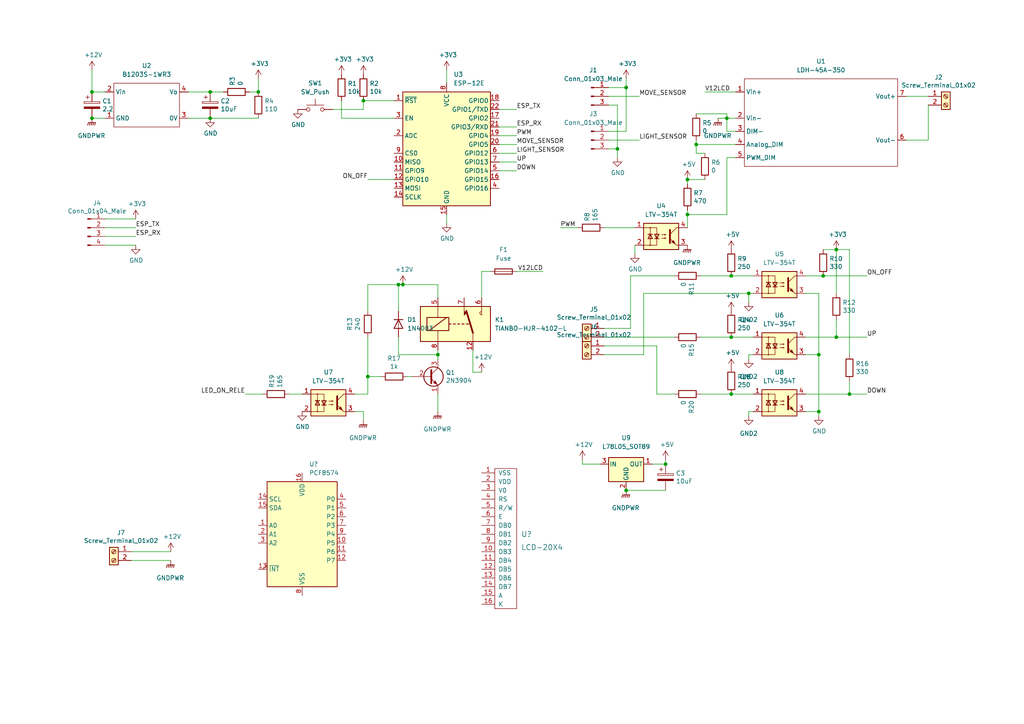
<source format=kicad_sch>
(kicad_sch (version 20211123) (generator eeschema)
  (paper "A4")
  (lib_symbols
    (symbol "Connector:Conn_01x03_Male" (pin_names (offset 1.016) hide)
      (property "Reference" "J" (at 0 5.08 0))
      (property "Value" "Conn_01x03_Male" (at 0 -5.08 0))
      (symbol "Conn_01x03_Male_1_1"
        (polyline (pts (xy 1.27 -2.54) (xy 0.8636 -2.54)) (stroke (width 0.1524)))
        (polyline (pts (xy 1.27 0) (xy 0.8636 0)) (stroke (width 0.1524)))
        (polyline (pts (xy 1.27 2.54) (xy 0.8636 2.54)) (stroke (width 0.1524)))
        (rectangle (start 0.8636 -2.413) (end 0 -2.667) (stroke (width 0.1524)) (fill (type outline)))
        (rectangle (start 0.8636 0.127) (end 0 -0.127) (stroke (width 0.1524)) (fill (type outline)))
        (rectangle (start 0.8636 2.667) (end 0 2.413) (stroke (width 0.1524)) (fill (type outline)))
        (pin passive line (at 5.08 2.54 180) (length 3.81) (name "Pin_1") (number "1"))
        (pin passive line (at 5.08 0 180) (length 3.81) (name "Pin_2") (number "2"))
        (pin passive line (at 5.08 -2.54 180) (length 3.81) (name "Pin_3") (number "3"))
      )
    )
    (symbol "Connector:Conn_01x04_Male" (pin_names (offset 1.016) hide)
      (property "Reference" "J" (at 0 5.08 0))
      (property "Value" "Conn_01x04_Male" (at 0 -7.62 0))
      (symbol "Conn_01x04_Male_1_1"
        (polyline (pts (xy 1.27 -5.08) (xy 0.8636 -5.08)) (stroke (width 0.1524)))
        (polyline (pts (xy 1.27 -2.54) (xy 0.8636 -2.54)) (stroke (width 0.1524)))
        (polyline (pts (xy 1.27 0) (xy 0.8636 0)) (stroke (width 0.1524)))
        (polyline (pts (xy 1.27 2.54) (xy 0.8636 2.54)) (stroke (width 0.1524)))
        (rectangle (start 0.8636 -4.953) (end 0 -5.207) (stroke (width 0.1524)) (fill (type outline)))
        (rectangle (start 0.8636 -2.413) (end 0 -2.667) (stroke (width 0.1524)) (fill (type outline)))
        (rectangle (start 0.8636 0.127) (end 0 -0.127) (stroke (width 0.1524)) (fill (type outline)))
        (rectangle (start 0.8636 2.667) (end 0 2.413) (stroke (width 0.1524)) (fill (type outline)))
        (pin passive line (at 5.08 2.54 180) (length 3.81) (name "Pin_1") (number "1"))
        (pin passive line (at 5.08 0 180) (length 3.81) (name "Pin_2") (number "2"))
        (pin passive line (at 5.08 -2.54 180) (length 3.81) (name "Pin_3") (number "3"))
        (pin passive line (at 5.08 -5.08 180) (length 3.81) (name "Pin_4") (number "4"))
      )
    )
    (symbol "Connector:Screw_Terminal_01x02" (pin_names (offset 1.016) hide)
      (property "Reference" "J" (at 0 2.54 0))
      (property "Value" "Screw_Terminal_01x02" (at 0 -5.08 0))
      (symbol "Screw_Terminal_01x02_1_1"
        (rectangle (start -1.27 1.27) (end 1.27 -3.81) (stroke (width 0.254)) (fill (type background)))
        (circle (center 0 -2.54) (radius 0.635) (stroke (width 0.1524)))
        (polyline (pts (xy -0.5334 -2.2098) (xy 0.3302 -3.048)) (stroke (width 0.1524)))
        (polyline (pts (xy -0.5334 0.3302) (xy 0.3302 -0.508)) (stroke (width 0.1524)))
        (polyline (pts (xy -0.3556 -2.032) (xy 0.508 -2.8702)) (stroke (width 0.1524)))
        (polyline (pts (xy -0.3556 0.508) (xy 0.508 -0.3302)) (stroke (width 0.1524)))
        (circle (center 0 0) (radius 0.635) (stroke (width 0.1524)))
        (pin passive line (at -5.08 0 0) (length 3.81) (name "Pin_1") (number "1"))
        (pin passive line (at -5.08 -2.54 0) (length 3.81) (name "Pin_2") (number "2"))
      )
    )
    (symbol "Device:CP" (pin_numbers hide) (pin_names (offset 0.254))
      (property "Reference" "C" (at 0.635 2.54 0))
      (property "Value" "Device_CP" (at 0.635 -2.54 0))
      (symbol "CP_0_1"
        (rectangle (start -2.286 0.508) (end 2.286 1.016))
        (polyline (pts (xy -1.778 2.286) (xy -0.762 2.286)))
        (polyline (pts (xy -1.27 2.794) (xy -1.27 1.778)))
        (rectangle (start 2.286 -0.508) (end -2.286 -1.016) (fill (type outline)))
      )
      (symbol "CP_1_1"
        (pin passive line (at 0 3.81 270) (length 2.794) (name "~") (number "1"))
        (pin passive line (at 0 -3.81 90) (length 2.794) (name "~") (number "2"))
      )
    )
    (symbol "Device:Fuse" (pin_numbers hide) (pin_names (offset 0))
      (property "Reference" "F" (at 2.032 0 90))
      (property "Value" "Fuse" (at -1.905 0 90))
      (symbol "Fuse_0_1"
        (rectangle (start -0.762 -2.54) (end 0.762 2.54) (stroke (width 0.254)))
        (polyline (pts (xy 0 2.54) (xy 0 -2.54)))
      )
      (symbol "Fuse_1_1"
        (pin passive line (at 0 3.81 270) (length 1.27) (name "~") (number "1"))
        (pin passive line (at 0 -3.81 90) (length 1.27) (name "~") (number "2"))
      )
    )
    (symbol "Device:R" (pin_numbers hide) (pin_names (offset 0))
      (property "Reference" "R" (at 2.032 0 90))
      (property "Value" "R" (at 0 0 90))
      (symbol "R_0_1"
        (rectangle (start -1.016 -2.54) (end 1.016 2.54) (stroke (width 0.254)))
      )
      (symbol "R_1_1"
        (pin passive line (at 0 3.81 270) (length 1.27) (name "~") (number "1"))
        (pin passive line (at 0 -3.81 90) (length 1.27) (name "~") (number "2"))
      )
    )
    (symbol "Diode:1N4003" (pin_numbers hide) (pin_names (offset 1.016) hide)
      (property "Reference" "D" (at 0 2.54 0))
      (property "Value" "1N4003" (at 0 -2.54 0))
      (symbol "1N4003_0_1"
        (polyline (pts (xy -1.27 1.27) (xy -1.27 -1.27)) (stroke (width 0.254)))
        (polyline (pts (xy 1.27 0) (xy -1.27 0)))
        (polyline (pts (xy 1.27 1.27) (xy 1.27 -1.27) (xy -1.27 0) (xy 1.27 1.27)) (stroke (width 0.254)))
      )
      (symbol "1N4003_1_1"
        (pin passive line (at -3.81 0 0) (length 2.54) (name "K") (number "1"))
        (pin passive line (at 3.81 0 180) (length 2.54) (name "A") (number "2"))
      )
    )
    (symbol "Interface_Expansion:PCF8574"
      (property "Reference" "U" (at -8.89 16.51 0))
      (property "Value" "PCF8574" (at 2.54 16.51 0))
      (symbol "PCF8574_0_1"
        (rectangle (start -10.16 15.24) (end 10.16 -15.24) (stroke (width 0.254)) (fill (type background)))
      )
      (symbol "PCF8574_1_1"
        (pin input line (at -12.7 2.54 0) (length 2.54) (name "A0") (number "1"))
        (pin bidirectional line (at 12.7 -2.54 180) (length 2.54) (name "P5") (number "10"))
        (pin bidirectional line (at 12.7 -5.08 180) (length 2.54) (name "P6") (number "11"))
        (pin bidirectional line (at 12.7 -7.62 180) (length 2.54) (name "P7") (number "12"))
        (pin open_collector output_low (at -12.7 -10.16 0) (length 2.54) (name "~{INT}") (number "13"))
        (pin input line (at -12.7 10.16 0) (length 2.54) (name "SCL") (number "14"))
        (pin bidirectional line (at -12.7 7.62 0) (length 2.54) (name "SDA") (number "15"))
        (pin power_in line (at 0 17.78 270) (length 2.54) (name "VDD") (number "16"))
        (pin input line (at -12.7 0 0) (length 2.54) (name "A1") (number "2"))
        (pin input line (at -12.7 -2.54 0) (length 2.54) (name "A2") (number "3"))
        (pin bidirectional line (at 12.7 10.16 180) (length 2.54) (name "P0") (number "4"))
        (pin bidirectional line (at 12.7 7.62 180) (length 2.54) (name "P1") (number "5"))
        (pin bidirectional line (at 12.7 5.08 180) (length 2.54) (name "P2") (number "6"))
        (pin bidirectional line (at 12.7 2.54 180) (length 2.54) (name "P3") (number "7"))
        (pin power_in line (at 0 -17.78 90) (length 2.54) (name "VSS") (number "8"))
        (pin bidirectional line (at 12.7 0 180) (length 2.54) (name "P4") (number "9"))
      )
    )
    (symbol "Isolator:LTV-354T" (pin_names (offset 1.016))
      (property "Reference" "U" (at -5.334 4.826 0))
      (property "Value" "LTV-354T" (at 0 5.08 0))
      (symbol "LTV-354T_0_1"
        (rectangle (start -5.08 3.81) (end 5.08 -3.81) (stroke (width 0.254)) (fill (type background)))
        (circle (center -3.175 -2.54) (radius 0.127))
        (circle (center -3.175 2.54) (radius 0.127))
        (polyline (pts (xy -3.81 0.635) (xy -2.54 0.635)) (stroke (width 0.254)))
        (polyline (pts (xy -3.175 -0.635) (xy -3.175 -2.54)))
        (polyline (pts (xy -3.175 -0.635) (xy -3.175 2.54)))
        (polyline (pts (xy -1.905 -0.635) (xy -0.635 -0.635)) (stroke (width 0.254)))
        (polyline (pts (xy 2.54 0.635) (xy 4.445 2.54)))
        (polyline (pts (xy 4.445 -2.54) (xy 2.54 -0.635)) (fill (type outline)))
        (polyline (pts (xy 4.445 -2.54) (xy 5.08 -2.54)))
        (polyline (pts (xy 4.445 2.54) (xy 5.08 2.54)))
        (polyline (pts (xy -5.08 2.54) (xy -1.27 2.54) (xy -1.27 -0.635)))
        (polyline (pts (xy -1.27 -0.635) (xy -1.27 -2.54) (xy -5.08 -2.54)))
        (polyline (pts (xy 2.54 1.905) (xy 2.54 -1.905) (xy 2.54 -1.905)) (stroke (width 0.508)))
        (polyline (pts (xy -3.175 0.635) (xy -3.81 -0.635) (xy -2.54 -0.635) (xy -3.175 0.635)) (stroke (width 0.254)))
        (polyline (pts (xy -1.27 -0.635) (xy -1.905 0.635) (xy -0.635 0.635) (xy -1.27 -0.635)) (stroke (width 0.254)))
        (polyline (pts (xy 0.127 -0.508) (xy 1.397 -0.508) (xy 1.016 -0.635) (xy 1.016 -0.381) (xy 1.397 -0.508)))
        (polyline (pts (xy 0.127 0.508) (xy 1.397 0.508) (xy 1.016 0.381) (xy 1.016 0.635) (xy 1.397 0.508)))
        (polyline (pts (xy 3.048 -1.651) (xy 3.556 -1.143) (xy 4.064 -2.159) (xy 3.048 -1.651) (xy 3.048 -1.651)) (fill (type outline)))
      )
      (symbol "LTV-354T_1_1"
        (pin passive line (at -7.62 2.54 0) (length 2.54) (name "~") (number "1"))
        (pin passive line (at -7.62 -2.54 0) (length 2.54) (name "~") (number "2"))
        (pin passive line (at 7.62 -2.54 180) (length 2.54) (name "~") (number "3"))
        (pin passive line (at 7.62 2.54 180) (length 2.54) (name "~") (number "4"))
      )
    )
    (symbol "RF_Module:ESP-12E"
      (property "Reference" "U" (at -12.7 19.05 0))
      (property "Value" "ESP-12E" (at 12.7 19.05 0))
      (symbol "ESP-12E_0_1"
        (rectangle (start -12.7 17.78) (end 12.7 -15.24) (stroke (width 0.254)) (fill (type background)))
      )
      (symbol "ESP-12E_1_1"
        (pin input line (at -15.24 15.24 0) (length 2.54) (name "~{RST}") (number "1"))
        (pin bidirectional line (at -15.24 -2.54 0) (length 2.54) (name "MISO") (number "10"))
        (pin bidirectional line (at -15.24 -5.08 0) (length 2.54) (name "GPIO9") (number "11"))
        (pin bidirectional line (at -15.24 -7.62 0) (length 2.54) (name "GPIO10") (number "12"))
        (pin bidirectional line (at -15.24 -10.16 0) (length 2.54) (name "MOSI") (number "13"))
        (pin bidirectional line (at -15.24 -12.7 0) (length 2.54) (name "SCLK") (number "14"))
        (pin power_in line (at 0 -17.78 90) (length 2.54) (name "GND") (number "15"))
        (pin bidirectional line (at 15.24 -7.62 180) (length 2.54) (name "GPIO15") (number "16"))
        (pin bidirectional line (at 15.24 10.16 180) (length 2.54) (name "GPIO2") (number "17"))
        (pin bidirectional line (at 15.24 15.24 180) (length 2.54) (name "GPIO0") (number "18"))
        (pin bidirectional line (at 15.24 5.08 180) (length 2.54) (name "GPIO4") (number "19"))
        (pin input line (at -15.24 5.08 0) (length 2.54) (name "ADC") (number "2"))
        (pin bidirectional line (at 15.24 2.54 180) (length 2.54) (name "GPIO5") (number "20"))
        (pin bidirectional line (at 15.24 7.62 180) (length 2.54) (name "GPIO3/RXD") (number "21"))
        (pin bidirectional line (at 15.24 12.7 180) (length 2.54) (name "GPIO1/TXD") (number "22"))
        (pin input line (at -15.24 10.16 0) (length 2.54) (name "EN") (number "3"))
        (pin bidirectional line (at 15.24 -10.16 180) (length 2.54) (name "GPIO16") (number "4"))
        (pin bidirectional line (at 15.24 -5.08 180) (length 2.54) (name "GPIO14") (number "5"))
        (pin bidirectional line (at 15.24 0 180) (length 2.54) (name "GPIO12") (number "6"))
        (pin bidirectional line (at 15.24 -2.54 180) (length 2.54) (name "GPIO13") (number "7"))
        (pin power_in line (at 0 20.32 270) (length 2.54) (name "VCC") (number "8"))
        (pin input line (at -15.24 0 0) (length 2.54) (name "CS0") (number "9"))
      )
    )
    (symbol "Regulator_Linear:L78L05_SOT89" (pin_names (offset 0.254))
      (property "Reference" "U" (at -3.81 3.175 0))
      (property "Value" "L78L05_SOT89" (at -0.635 3.175 0))
      (symbol "L78L05_SOT89_0_1"
        (rectangle (start -5.08 1.905) (end 5.08 -5.08) (stroke (width 0.254)) (fill (type background)))
      )
      (symbol "L78L05_SOT89_1_1"
        (pin power_out line (at 7.62 0 180) (length 2.54) (name "OUT") (number "1"))
        (pin power_in line (at 0 -7.62 90) (length 2.54) (name "GND") (number "2"))
        (pin power_in line (at -7.62 0 0) (length 2.54) (name "IN") (number "3"))
      )
    )
    (symbol "Relay:TIANBO-HJR-4102-L"
      (property "Reference" "K" (at 11.43 3.81 0))
      (property "Value" "TIANBO-HJR-4102-L" (at 11.43 1.27 0))
      (symbol "TIANBO-HJR-4102-L_0_0"
        (polyline (pts (xy 7.62 5.08) (xy 7.62 2.54) (xy 6.985 3.175) (xy 7.62 3.81)))
      )
      (symbol "TIANBO-HJR-4102-L_0_1"
        (rectangle (start -10.16 5.08) (end 10.16 -5.08) (stroke (width 0.254)) (fill (type background)))
        (rectangle (start -8.255 1.905) (end -1.905 -1.905) (stroke (width 0.254)))
        (polyline (pts (xy -7.62 -1.905) (xy -2.54 1.905)) (stroke (width 0.254)))
        (polyline (pts (xy -5.08 -5.08) (xy -5.08 -1.905)))
        (polyline (pts (xy -5.08 5.08) (xy -5.08 1.905)))
        (polyline (pts (xy -1.905 0) (xy -1.27 0)) (stroke (width 0.254)))
        (polyline (pts (xy -0.635 0) (xy 0 0)) (stroke (width 0.254)))
        (polyline (pts (xy 0.635 0) (xy 1.27 0)) (stroke (width 0.254)))
        (polyline (pts (xy 1.905 0) (xy 2.54 0)) (stroke (width 0.254)))
        (polyline (pts (xy 3.175 0) (xy 3.81 0)) (stroke (width 0.254)))
        (polyline (pts (xy 5.08 -2.54) (xy 3.175 3.81)) (stroke (width 0.508)))
        (polyline (pts (xy 5.08 -2.54) (xy 5.08 -5.08)))
        (polyline (pts (xy 2.54 5.08) (xy 2.54 2.54) (xy 3.175 3.175) (xy 2.54 3.81)) (fill (type outline)))
      )
      (symbol "TIANBO-HJR-4102-L_1_1"
        (pin passive line (at 5.08 -7.62 90) (length 2.54) (name "~") (number "12"))
        (pin passive line (at -5.08 7.62 270) (length 2.54) (name "~") (number "5"))
        (pin passive line (at 7.62 7.62 270) (length 2.54) (name "~") (number "6"))
        (pin passive line (at 2.54 7.62 270) (length 2.54) (name "~") (number "7"))
        (pin passive line (at -5.08 -7.62 90) (length 2.54) (name "~") (number "8"))
      )
    )
    (symbol "Switch:SW_Push" (pin_numbers hide) (pin_names (offset 1.016) hide)
      (property "Reference" "SW" (at 1.27 2.54 0))
      (property "Value" "SW_Push" (at 0 -1.524 0))
      (symbol "SW_Push_0_1"
        (circle (center -2.032 0) (radius 0.508))
        (polyline (pts (xy 0 1.27) (xy 0 3.048)))
        (polyline (pts (xy 2.54 1.27) (xy -2.54 1.27)))
        (circle (center 2.032 0) (radius 0.508))
        (pin passive line (at -5.08 0 0) (length 2.54) (name "1") (number "1"))
        (pin passive line (at 5.08 0 180) (length 2.54) (name "2") (number "2"))
      )
    )
    (symbol "Transistor_BJT:2N3904" (pin_names (offset 0) hide)
      (property "Reference" "Q" (at 5.08 1.905 0))
      (property "Value" "2N3904" (at 5.08 0 0))
      (symbol "2N3904_0_1"
        (polyline (pts (xy 0.635 0.635) (xy 2.54 2.54)))
        (polyline (pts (xy 0.635 -0.635) (xy 2.54 -2.54) (xy 2.54 -2.54)))
        (polyline (pts (xy 0.635 1.905) (xy 0.635 -1.905) (xy 0.635 -1.905)) (stroke (width 0.508)))
        (polyline (pts (xy 1.27 -1.778) (xy 1.778 -1.27) (xy 2.286 -2.286) (xy 1.27 -1.778) (xy 1.27 -1.778)) (fill (type outline)))
        (circle (center 1.27 0) (radius 2.8194) (stroke (width 0.254)))
      )
      (symbol "2N3904_1_1"
        (pin passive line (at 2.54 -5.08 90) (length 2.54) (name "E") (number "1"))
        (pin passive line (at -5.08 0 0) (length 5.715) (name "B") (number "2"))
        (pin passive line (at 2.54 5.08 270) (length 2.54) (name "C") (number "3"))
      )
    )
    (symbol "dimmer_lib:B1205S-1WR3"
      (property "Reference" "U" (at -1.27 1.27 0))
      (property "Value" "B1205S-1WR3" (at 0 -1.27 0))
      (symbol "B1205S-1WR3_0_1"
        (rectangle (start 8.89 -15.24) (end -10.16 -2.54))
      )
      (symbol "B1205S-1WR3_1_1"
        (pin power_in line (at -12.7 -12.7 0) (length 2.54) (name "GND") (number "1"))
        (pin power_in line (at -12.7 -5.08 0) (length 2.54) (name "Vin") (number "2"))
        (pin power_out line (at 11.43 -12.7 180) (length 2.54) (name "0V") (number "3"))
        (pin power_out line (at 11.43 -5.08 180) (length 2.54) (name "Vo") (number "4"))
      )
    )
    (symbol "dimmer_lib:LDH-45A-350"
      (property "Reference" "U" (at 0 -6.35 0))
      (property "Value" "LDH-45A-350" (at 0 -21.59 0))
      (symbol "LDH-45A-350_0_1"
        (rectangle (start -21.59 -8.89) (end 22.86 -34.29))
      )
      (symbol "LDH-45A-350_1_1"
        (pin power_in line (at -24.13 -12.7 0) (length 2.54) (name "Vin+") (number "1"))
        (pin power_in line (at -24.13 -20.32 0) (length 2.54) (name "Vin-") (number "2"))
        (pin power_in line (at -24.13 -24.13 0) (length 2.54) (name "DIM-") (number "3"))
        (pin input line (at -24.13 -27.94 0) (length 2.54) (name "Analog_DIM") (number "4"))
        (pin input line (at -24.13 -31.75 0) (length 2.54) (name "PWM_DIM") (number "5"))
        (pin power_out line (at 25.4 -26.67 180) (length 2.54) (name "Vout-") (number "6"))
        (pin power_out line (at 25.4 -13.97 180) (length 2.54) (name "Vout+") (number "7"))
      )
    )
    (symbol "power:+12V" (power) (pin_names (offset 0))
      (property "Value" "+12V" (at 0 3.556 0))
      (symbol "+12V_0_1"
        (polyline (pts (xy -0.762 1.27) (xy 0 2.54)))
        (polyline (pts (xy 0 0) (xy 0 2.54)))
        (polyline (pts (xy 0 2.54) (xy 0.762 1.27)))
      )
      (symbol "+12V_1_1"
        (pin power_in line (at 0 0 90) (length 0) hide (name "+12V") (number "1"))
      )
    )
    (symbol "power:+3.3V" (power) (pin_names (offset 0))
      (property "Value" "+3.3V" (at 0 3.556 0))
      (symbol "+3.3V_0_1"
        (polyline (pts (xy -0.762 1.27) (xy 0 2.54)))
        (polyline (pts (xy 0 0) (xy 0 2.54)))
        (polyline (pts (xy 0 2.54) (xy 0.762 1.27)))
      )
      (symbol "+3.3V_1_1"
        (pin power_in line (at 0 0 90) (length 0) hide (name "+3V3") (number "1"))
      )
    )
    (symbol "power:+5V" (power) (pin_names (offset 0))
      (property "Value" "+5V" (at 0 3.556 0))
      (symbol "+5V_0_1"
        (polyline (pts (xy -0.762 1.27) (xy 0 2.54)))
        (polyline (pts (xy 0 0) (xy 0 2.54)))
        (polyline (pts (xy 0 2.54) (xy 0.762 1.27)))
      )
      (symbol "+5V_1_1"
        (pin power_in line (at 0 0 90) (length 0) hide (name "+5V") (number "1"))
      )
    )
    (symbol "power:GND" (power) (pin_names (offset 0))
      (property "Value" "GND" (at 0 -3.81 0))
      (symbol "GND_0_1"
        (polyline (pts (xy 0 0) (xy 0 -1.27) (xy 1.27 -1.27) (xy 0 -2.54) (xy -1.27 -1.27) (xy 0 -1.27)))
      )
      (symbol "GND_1_1"
        (pin power_in line (at 0 0 270) (length 0) hide (name "GND") (number "1"))
      )
    )
    (symbol "power:GND2" (power) (pin_names (offset 0))
      (property "Value" "GND2" (at 0 -3.81 0))
      (symbol "GND2_0_1"
        (polyline (pts (xy 0 0) (xy 0 -1.27) (xy 1.27 -1.27) (xy 0 -2.54) (xy -1.27 -1.27) (xy 0 -1.27)))
      )
      (symbol "GND2_1_1"
        (pin power_in line (at 0 0 270) (length 0) hide (name "GND2") (number "1"))
      )
    )
    (symbol "power:GNDPWR" (power) (pin_names (offset 0))
      (property "Value" "GNDPWR" (at 0 -3.302 0))
      (symbol "GNDPWR_0_1"
        (polyline (pts (xy 0 -1.27) (xy 0 0)))
        (polyline (pts (xy -1.016 -1.27) (xy -1.27 -2.032) (xy -1.27 -2.032)) (stroke (width 0.2032)))
        (polyline (pts (xy -0.508 -1.27) (xy -0.762 -2.032) (xy -0.762 -2.032)) (stroke (width 0.2032)))
        (polyline (pts (xy 0 -1.27) (xy -0.254 -2.032) (xy -0.254 -2.032)) (stroke (width 0.2032)))
        (polyline (pts (xy 0.508 -1.27) (xy 0.254 -2.032) (xy 0.254 -2.032)) (stroke (width 0.2032)))
        (polyline (pts (xy 1.016 -1.27) (xy -1.016 -1.27) (xy -1.016 -1.27)) (stroke (width 0.2032)))
        (polyline (pts (xy 1.016 -1.27) (xy 0.762 -2.032) (xy 0.762 -2.032) (xy 0.762 -2.032)) (stroke (width 0.2032)))
      )
      (symbol "GNDPWR_1_1"
        (pin power_in line (at 0 0 270) (length 0) hide (name "GNDPWR") (number "1"))
      )
    )
    (symbol "tinkerforge:LCD-20X4" (pin_names (offset 1.016))
      (property "Reference" "U" (at 0 22.86 0))
      (property "Value" "LCD-20X4" (at 1.27 -21.59 0))
      (symbol "LCD-20X4_0_1"
        (rectangle (start 0 20.32) (end 6.35 -20.32))
      )
      (symbol "LCD-20X4_1_1"
        (pin passive line (at -3.81 19.05 0) (length 3.81) (name "VSS") (number "1"))
        (pin passive line (at -3.81 -3.81 0) (length 3.81) (name "DB3") (number "10"))
        (pin passive line (at -3.81 -6.35 0) (length 3.81) (name "DB4") (number "11"))
        (pin passive line (at -3.81 -8.89 0) (length 3.81) (name "DB5") (number "12"))
        (pin passive line (at -3.81 -11.43 0) (length 3.81) (name "DB6") (number "13"))
        (pin passive line (at -3.81 -13.97 0) (length 3.81) (name "DB7") (number "14"))
        (pin passive line (at -3.81 -16.51 0) (length 3.81) (name "A") (number "15"))
        (pin passive line (at -3.81 -19.05 0) (length 3.81) (name "K") (number "16"))
        (pin passive line (at -3.81 16.51 0) (length 3.81) (name "VDD") (number "2"))
        (pin passive line (at -3.81 13.97 0) (length 3.81) (name "V0") (number "3"))
        (pin passive line (at -3.81 11.43 0) (length 3.81) (name "RS") (number "4"))
        (pin passive line (at -3.81 8.89 0) (length 3.81) (name "R/W") (number "5"))
        (pin passive line (at -3.81 6.35 0) (length 3.81) (name "E") (number "6"))
        (pin passive line (at -3.81 3.81 0) (length 3.81) (name "DB0") (number "7"))
        (pin passive line (at -3.81 1.27 0) (length 3.81) (name "DB1") (number "8"))
        (pin passive line (at -3.81 -1.27 0) (length 3.81) (name "DB2") (number "9"))
      )
    )
  )
  (junction (at 74.93 26.67))
  (junction (at 212.09 114.3))
  (junction (at 26.67 34.29))
  (junction (at 193.04 134.62))
  (junction (at 179.07 43.18))
  (junction (at 115.57 82.55))
  (junction (at 199.39 62.23))
  (junction (at 116.84 82.55))
  (junction (at 106.68 109.22))
  (junction (at 217.17 85.09))
  (junction (at 246.38 114.3))
  (junction (at 242.57 72.39))
  (junction (at 60.96 34.29))
  (junction (at 127 102.87))
  (junction (at 210.82 34.29))
  (junction (at 212.09 80.01))
  (junction (at 60.96 26.67))
  (junction (at 237.49 102.87))
  (junction (at 238.76 80.01))
  (junction (at 105.41 29.21))
  (junction (at 201.93 41.91))
  (junction (at 181.61 142.24))
  (junction (at 199.39 52.07))
  (junction (at 212.09 97.79))
  (junction (at 242.57 97.79))
  (junction (at 26.67 26.67))
  (junction (at 237.49 119.38))
  (junction (at 181.61 25.4))
  (no_connect (at -54.61 30.48))
  (wire (pts (xy 218.44 114.3) (xy 212.09 114.3)))
  (wire (pts (xy 182.88 80.01) (xy 195.58 80.01)))
  (wire (pts (xy 237.49 102.87) (xy 237.49 119.38)))
  (wire (pts (xy 199.39 52.07) (xy 199.39 53.34)))
  (wire (pts (xy 203.2 97.79) (xy 212.09 97.79)))
  (wire (pts (xy 38.1 162.56) (xy 49.53 162.56)))
  (wire (pts (xy 238.76 72.39) (xy 242.57 72.39)))
  (wire (pts (xy 182.88 95.25) (xy 182.88 80.01)))
  (wire (pts (xy 176.53 27.94) (xy 185.42 27.94)))
  (wire (pts (xy 242.57 92.71) (xy 242.57 97.79)))
  (wire (pts (xy 193.04 133.35) (xy 193.04 134.62)))
  (wire (pts (xy 233.68 85.09) (xy 237.49 85.09)))
  (wire (pts (xy 71.12 114.3) (xy 76.2 114.3)))
  (wire (pts (xy 212.09 80.01) (xy 218.44 80.01)))
  (wire (pts (xy 179.07 43.18) (xy 179.07 45.72)))
  (wire (pts (xy 106.68 114.3) (xy 106.68 109.22)))
  (wire (pts (xy 242.57 97.79) (xy 251.46 97.79)))
  (wire (pts (xy 102.87 119.38) (xy 105.41 119.38)))
  (wire (pts (xy 217.17 119.38) (xy 217.17 120.65)))
  (wire (pts (xy 83.82 114.3) (xy 87.63 114.3)))
  (wire (pts (xy 106.68 82.55) (xy 106.68 90.17)))
  (wire (pts (xy 102.87 114.3) (xy 106.68 114.3)))
  (wire (pts (xy 208.28 34.29) (xy 210.82 34.29)))
  (wire (pts (xy 203.2 80.01) (xy 212.09 80.01)))
  (wire (pts (xy 72.39 26.67) (xy 74.93 26.67)))
  (wire (pts (xy 181.61 38.1) (xy 181.61 25.4)))
  (wire (pts (xy 96.52 31.75) (xy 105.41 31.75)))
  (wire (pts (xy 190.5 100.33) (xy 190.5 114.3)))
  (wire (pts (xy 269.24 30.48) (xy 269.24 40.64)))
  (wire (pts (xy 199.39 52.07) (xy 204.47 52.07)))
  (wire (pts (xy 127 102.87) (xy 127 101.6)))
  (wire (pts (xy 115.57 97.79) (xy 115.57 102.87)))
  (wire (pts (xy 60.96 34.29) (xy 74.93 34.29)))
  (wire (pts (xy 142.24 78.74) (xy 139.7 78.74)))
  (wire (pts (xy 199.39 60.96) (xy 199.39 62.23)))
  (wire (pts (xy 246.38 114.3) (xy 233.68 114.3)))
  (wire (pts (xy 127 86.36) (xy 127 82.55)))
  (wire (pts (xy 237.49 119.38) (xy 237.49 120.65)))
  (wire (pts (xy 242.57 72.39) (xy 246.38 72.39)))
  (wire (pts (xy 137.16 107.95) (xy 139.7 107.95)))
  (wire (pts (xy 204.47 26.67) (xy 213.36 26.67)))
  (wire (pts (xy 106.68 52.07) (xy 114.3 52.07)))
  (wire (pts (xy 204.47 44.45) (xy 201.93 44.45)))
  (wire (pts (xy 210.82 62.23) (xy 199.39 62.23)))
  (wire (pts (xy 238.76 80.01) (xy 251.46 80.01)))
  (wire (pts (xy 246.38 114.3) (xy 251.46 114.3)))
  (wire (pts (xy 106.68 109.22) (xy 110.49 109.22)))
  (wire (pts (xy 242.57 97.79) (xy 233.68 97.79)))
  (wire (pts (xy 144.78 46.99) (xy 149.86 46.99)))
  (wire (pts (xy 181.61 142.24) (xy 193.04 142.24)))
  (wire (pts (xy 116.84 82.55) (xy 115.57 82.55)))
  (wire (pts (xy 213.36 38.1) (xy 210.82 38.1)))
  (wire (pts (xy 175.26 100.33) (xy 190.5 100.33)))
  (wire (pts (xy 246.38 110.49) (xy 246.38 114.3)))
  (wire (pts (xy 162.56 66.04) (xy 167.64 66.04)))
  (wire (pts (xy 190.5 114.3) (xy 195.58 114.3)))
  (wire (pts (xy 242.57 72.39) (xy 242.57 85.09)))
  (wire (pts (xy 30.48 68.58) (xy 39.37 68.58)))
  (wire (pts (xy 179.07 30.48) (xy 179.07 43.18)))
  (wire (pts (xy 201.93 41.91) (xy 201.93 40.64)))
  (wire (pts (xy 168.91 134.62) (xy 168.91 133.35)))
  (wire (pts (xy 119.38 109.22) (xy 118.11 109.22)))
  (wire (pts (xy 144.78 31.75) (xy 149.86 31.75)))
  (wire (pts (xy 105.41 31.75) (xy 105.41 29.21)))
  (wire (pts (xy 212.09 97.79) (xy 218.44 97.79)))
  (wire (pts (xy 115.57 82.55) (xy 115.57 90.17)))
  (wire (pts (xy 269.24 40.64) (xy 262.89 40.64)))
  (wire (pts (xy 213.36 45.72) (xy 210.82 45.72)))
  (wire (pts (xy 144.78 49.53) (xy 149.86 49.53)))
  (wire (pts (xy 60.96 26.67) (xy 64.77 26.67)))
  (wire (pts (xy 181.61 25.4) (xy 181.61 22.86)))
  (wire (pts (xy 176.53 43.18) (xy 179.07 43.18)))
  (wire (pts (xy 54.61 26.67) (xy 60.96 26.67)))
  (wire (pts (xy 144.78 36.83) (xy 149.86 36.83)))
  (wire (pts (xy 175.26 66.04) (xy 184.15 66.04)))
  (wire (pts (xy 233.68 102.87) (xy 237.49 102.87)))
  (wire (pts (xy 189.23 134.62) (xy 193.04 134.62)))
  (wire (pts (xy 201.93 44.45) (xy 201.93 41.91)))
  (wire (pts (xy 144.78 41.91) (xy 149.86 41.91)))
  (wire (pts (xy 26.67 20.32) (xy 26.67 26.67)))
  (wire (pts (xy 38.1 160.02) (xy 49.53 160.02)))
  (wire (pts (xy 176.53 25.4) (xy 181.61 25.4)))
  (wire (pts (xy 26.67 34.29) (xy 30.48 34.29)))
  (wire (pts (xy 186.69 102.87) (xy 186.69 85.09)))
  (wire (pts (xy 201.93 33.02) (xy 210.82 33.02)))
  (wire (pts (xy 262.89 27.94) (xy 269.24 27.94)))
  (wire (pts (xy 139.7 78.74) (xy 139.7 86.36)))
  (wire (pts (xy 199.39 62.23) (xy 199.39 66.04)))
  (wire (pts (xy 30.48 71.12) (xy 39.37 71.12)))
  (wire (pts (xy 210.82 34.29) (xy 210.82 38.1)))
  (wire (pts (xy 173.99 134.62) (xy 168.91 134.62)))
  (wire (pts (xy 237.49 85.09) (xy 237.49 102.87)))
  (wire (pts (xy 26.67 26.67) (xy 30.48 26.67)))
  (wire (pts (xy 106.68 97.79) (xy 106.68 109.22)))
  (wire (pts (xy 217.17 85.09) (xy 217.17 87.63)))
  (wire (pts (xy 144.78 44.45) (xy 149.86 44.45)))
  (wire (pts (xy 99.06 34.29) (xy 114.3 34.29)))
  (wire (pts (xy 175.26 95.25) (xy 182.88 95.25)))
  (wire (pts (xy 74.93 22.86) (xy 74.93 26.67)))
  (wire (pts (xy 210.82 33.02) (xy 210.82 34.29)))
  (wire (pts (xy 176.53 38.1) (xy 181.61 38.1)))
  (wire (pts (xy 144.78 39.37) (xy 149.86 39.37)))
  (wire (pts (xy 218.44 102.87) (xy 217.17 102.87)))
  (wire (pts (xy 218.44 85.09) (xy 217.17 85.09)))
  (wire (pts (xy 137.16 101.6) (xy 137.16 107.95)))
  (wire (pts (xy 176.53 40.64) (xy 185.42 40.64)))
  (wire (pts (xy 175.26 97.79) (xy 195.58 97.79)))
  (wire (pts (xy 114.3 29.21) (xy 105.41 29.21)))
  (wire (pts (xy 127 82.55) (xy 116.84 82.55)))
  (wire (pts (xy 129.54 62.23) (xy 129.54 64.77)))
  (wire (pts (xy 105.41 119.38) (xy 105.41 121.92)))
  (wire (pts (xy 175.26 102.87) (xy 186.69 102.87)))
  (wire (pts (xy 186.69 85.09) (xy 217.17 85.09)))
  (wire (pts (xy 176.53 30.48) (xy 179.07 30.48)))
  (wire (pts (xy 115.57 102.87) (xy 127 102.87)))
  (wire (pts (xy 218.44 119.38) (xy 217.17 119.38)))
  (wire (pts (xy 246.38 72.39) (xy 246.38 102.87)))
  (wire (pts (xy 238.76 80.01) (xy 233.68 80.01)))
  (wire (pts (xy 233.68 119.38) (xy 237.49 119.38)))
  (wire (pts (xy 30.48 63.5) (xy 39.37 63.5)))
  (wire (pts (xy 129.54 20.32) (xy 129.54 24.13)))
  (wire (pts (xy 213.36 41.91) (xy 201.93 41.91)))
  (wire (pts (xy 210.82 45.72) (xy 210.82 62.23)))
  (wire (pts (xy 184.15 73.66) (xy 184.15 71.12)))
  (wire (pts (xy 203.2 114.3) (xy 212.09 114.3)))
  (wire (pts (xy 149.86 78.74) (xy 157.48 78.74)))
  (wire (pts (xy 54.61 34.29) (xy 60.96 34.29)))
  (wire (pts (xy 115.57 82.55) (xy 106.68 82.55)))
  (wire (pts (xy 127 104.14) (xy 127 102.87)))
  (wire (pts (xy 217.17 102.87) (xy 217.17 104.14)))
  (wire (pts (xy 127 119.38) (xy 127 114.3)))
  (wire (pts (xy 210.82 34.29) (xy 213.36 34.29)))
  (wire (pts (xy 99.06 34.29) (xy 99.06 29.21)))
  (wire (pts (xy 30.48 66.04) (xy 39.37 66.04)))
  (label "ON_OFF" (at 106.68 52.07 180))
  (label "ON_OFF" (at 251.46 80.01 0))
  (label "V12LCD" (at 204.47 26.67 0))
  (label "MOVE_SENSOR" (at 185.42 27.94 0))
  (label "LIGHT_SENSOR" (at 185.42 40.64 0))
  (label "MOVE_SENSOR" (at 149.86 41.91 0))
  (label "ESP_TX" (at 39.37 66.04 0))
  (label "LED_ON_RELE" (at 71.12 114.3 180))
  (label "V12LCD" (at 157.48 78.74 180))
  (label "LIGHT_SENSOR" (at 149.86 44.45 0))
  (label "UP" (at 149.86 46.99 0))
  (label "PWM" (at 162.56 66.04 0))
  (label "ESP_TX" (at 149.86 31.75 0))
  (label "ESP_RX" (at 39.37 68.58 0))
  (label "DOWN" (at 149.86 49.53 0))
  (label "ESP_RX" (at 149.86 36.83 0))
  (label "PWM" (at 149.86 39.37 0))
  (label "DOWN" (at 251.46 114.3 0))
  (label "UP" (at 251.46 97.79 0))
  (symbol (lib_id "Device:CP") (at 60.96 30.48 0) (unit 1)
    (property "Reference" "C2" (at 63.9572 29.3116 0) (effects (justify left)))
    (property "Value" "10uF" (at 63.9572 31.623 0) (effects (justify left)))
    (property "Footprint" "Capacitor_SMD:CP_Elec_4x5.3" (effects hide))
  )
  (symbol (lib_id "power:+3.3V") (at 74.93 22.86 0) (unit 1)
    (property "Reference" "#PWR05" (effects hide))
    (property "Value" "+3.3V" (at 75.311 18.4658 0))
  )
  (symbol (lib_id "power:+3.3V") (at 129.54 20.32 0) (unit 1)
    (property "Reference" "#PWR02" (effects hide))
    (property "Value" "+3.3V" (at 129.921 15.9258 0))
  )
  (symbol (lib_id "power:GND") (at 129.54 64.77 0) (unit 1)
    (property "Reference" "#PWR014" (effects hide))
    (property "Value" "GND" (at 129.667 69.1642 0))
  )
  (symbol (lib_id "Connector:Conn_01x04_Male") (at 25.4 66.04 0) (unit 1)
    (property "Reference" "J4" (at 28.1432 58.9026 0))
    (property "Value" "Conn_01x04_Male" (at 28.1432 61.214 0))
    (property "Footprint" "Connector_Stocko:Stocko_MKS_1654-6-0-404_1x4_P2.50mm_Vertical" (effects hide))
  )
  (symbol (lib_id "power:GND") (at 39.37 71.12 0) (unit 1)
    (property "Reference" "#PWR015" (effects hide))
    (property "Value" "GND" (at 39.497 75.5142 0))
  )
  (symbol (lib_id "power:+3.3V") (at 39.37 63.5 0) (unit 1)
    (property "Reference" "#PWR013" (effects hide))
    (property "Value" "+3.3V" (at 39.751 59.1058 0))
  )
  (symbol (lib_id "Device:R") (at 105.41 25.4 0) (unit 1)
    (property "Reference" "R2" (at 107.188 24.2316 0) (effects (justify left)))
    (property "Value" "10k" (at 107.188 26.543 0) (effects (justify left)))
    (property "Footprint" "Resistor_SMD:R_1206_3216Metric_Pad1.30x1.75mm_HandSolder" (effects hide))
  )
  (symbol (lib_id "Device:R") (at 99.06 25.4 0) (unit 1)
    (property "Reference" "R1" (at 100.838 24.2316 0) (effects (justify left)))
    (property "Value" "10k" (at 100.838 26.543 0) (effects (justify left)))
    (property "Footprint" "Resistor_SMD:R_1206_3216Metric_Pad1.30x1.75mm_HandSolder" (effects hide))
  )
  (symbol (lib_id "power:+3.3V") (at 99.06 21.59 0) (unit 1)
    (property "Reference" "#PWR03" (effects hide))
    (property "Value" "+3.3V" (at 99.441 17.1958 0))
  )
  (symbol (lib_id "power:+3.3V") (at 105.41 21.59 0) (unit 1)
    (property "Reference" "#PWR04" (effects hide))
    (property "Value" "+3.3V" (at 105.791 17.1958 0))
  )
  (symbol (lib_id "Connector:Screw_Terminal_01x02") (at 33.02 160.02 0) (mirror y) (unit 1)
    (property "Reference" "J7" (at 35.1028 154.5082 0))
    (property "Value" "Screw_Terminal_01x02" (at 35.1028 156.8196 0))
    (property "Footprint" "Connector_JST:JST_NV_B02P-NV_1x02_P5.00mm_Vertical" (effects hide))
  )
  (symbol (lib_id "power:+12V") (at 49.53 160.02 0) (unit 1)
    (property "Reference" "#PWR034" (effects hide))
    (property "Value" "+12V" (at 49.911 155.6258 0))
  )
  (symbol (lib_id "power:GND") (at 184.15 73.66 0) (unit 1)
    (property "Reference" "#PWR019" (effects hide))
    (property "Value" "GND" (at 184.277 78.0542 0))
  )
  (symbol (lib_id "Diode:1N4003") (at 115.57 93.98 90) (mirror x) (unit 1)
    (property "Reference" "D1" (at 118.11 92.7099 90) (effects (justify right)))
    (property "Value" "1N4003" (at 118.11 95.2499 90) (effects (justify right)))
    (property "Footprint" "Diode_SMD:D_SMA" (effects hide))
    (property "Datasheet" "http://www.vishay.com/docs/88503/1n4001.pdf" (effects hide))
  )
  (symbol (lib_id "power:+5V") (at 193.04 133.35 0) (unit 1)
    (property "Reference" "#PWR032" (effects hide))
    (property "Value" "+5V" (at 193.421 128.9558 0))
  )
  (symbol (lib_id "Isolator:LTV-354T") (at 226.06 100.33 0) (unit 1)
    (property "Reference" "U6" (at 226.06 91.44 0))
    (property "Value" "LTV-354T" (at 226.06 93.98 0))
    (property "Footprint" "Package_SO:SO-4_4.4x3.6mm_P2.54mm" (effects hide))
    (property "Datasheet" "http://optoelectronics.liteon.com/upload/download/DS70-2001-004/S_110_LTV-354T%2020140520.pdf" (effects hide))
  )
  (symbol (lib_id "power:GND2") (at 217.17 87.63 0) (unit 1)
    (property "Reference" "#PWR021" (effects hide))
    (property "Value" "GND2" (at 217.17 92.71 0))
  )
  (symbol (lib_id "power:GNDPWR") (at 181.61 142.24 0) (unit 1)
    (property "Reference" "#PWR033" (effects hide))
    (property "Value" "GNDPWR" (at 181.483 147.32 0))
  )
  (symbol (lib_id "power:+3.3V") (at 242.57 72.39 0) (unit 1)
    (property "Reference" "#PWR018" (effects hide))
    (property "Value" "+3.3V" (at 242.951 67.9958 0))
  )
  (symbol (lib_id "power:GND") (at 60.96 34.29 0) (unit 1)
    (property "Reference" "#PWR09" (effects hide))
    (property "Value" "GND" (at 61.087 38.6842 0))
  )
  (symbol (lib_id "RF_Module:ESP-12E") (at 129.54 44.45 0) (unit 1)
    (property "Reference" "U3" (at 131.5594 21.59 0) (effects (justify left)))
    (property "Value" "ESP-12E" (at 131.5594 24.13 0) (effects (justify left)))
    (property "Footprint" "RF_Module:ESP-12E" (effects hide))
    (property "Datasheet" "http://wiki.ai-thinker.com/_media/esp8266/esp8266_series_modules_user_manual_v1.1.pdf" (effects hide))
  )
  (symbol (lib_id "power:+12V") (at 26.67 20.32 0) (unit 1)
    (property "Reference" "#PWR01" (effects hide))
    (property "Value" "+12V" (at 27.051 15.9258 0))
  )
  (symbol (lib_id "Connector:Screw_Terminal_01x02") (at 170.18 100.33 0) (mirror y) (unit 1)
    (property "Reference" "J6" (at 172.2628 94.8182 0))
    (property "Value" "Screw_Terminal_01x02" (at 172.2628 97.1296 0))
    (property "Footprint" "Connector_JST:JST_NV_B02P-NV_1x02_P5.00mm_Vertical" (effects hide))
  )
  (symbol (lib_id "power:+5V") (at 212.09 90.17 0) (unit 1)
    (property "Reference" "#PWR022" (effects hide))
    (property "Value" "+5V" (at 212.471 85.7758 0))
  )
  (symbol (lib_id "Connector:Screw_Terminal_01x02") (at 274.32 27.94 0) (unit 1)
    (property "Reference" "J2" (at 272.2372 22.4282 0))
    (property "Value" "Screw_Terminal_01x02" (at 272.2372 24.7396 0))
    (property "Footprint" "Connector_JST:JST_NV_B02P-NV_1x02_P5.00mm_Vertical" (effects hide))
  )
  (symbol (lib_id "power:GNDPWR") (at 127 119.38 0) (unit 1)
    (property "Reference" "#PWR027" (effects hide))
    (property "Value" "GNDPWR" (at 126.873 124.46 0))
  )
  (symbol (lib_id "power:+12V") (at 139.7 107.95 0) (unit 1)
    (property "Reference" "#PWR025" (effects hide))
    (property "Value" "+12V" (at 140.081 103.5558 0))
  )
  (symbol (lib_id "power:GNDPWR") (at 105.41 121.92 0) (unit 1)
    (property "Reference" "#PWR030" (effects hide))
    (property "Value" "GNDPWR" (at 105.283 127 0))
  )
  (symbol (lib_id "Device:R") (at 238.76 76.2 0) (unit 1)
    (property "Reference" "R10" (at 240.538 75.0316 0) (effects (justify left)))
    (property "Value" "330" (at 240.538 77.343 0) (effects (justify left)))
    (property "Footprint" "Resistor_SMD:R_1206_3216Metric_Pad1.30x1.75mm_HandSolder" (effects hide))
  )
  (symbol (lib_id "Device:R") (at 114.3 109.22 270) (unit 1)
    (property "Reference" "R17" (at 114.3 103.9622 90))
    (property "Value" "1k" (at 114.3 106.2736 90))
    (property "Footprint" "Resistor_SMD:R_1206_3216Metric_Pad1.30x1.75mm_HandSolder" (effects hide))
  )
  (symbol (lib_id "Isolator:LTV-354T") (at 95.25 116.84 0) (unit 1)
    (property "Reference" "U7" (at 95.25 107.95 0))
    (property "Value" "LTV-354T" (at 95.25 110.49 0))
    (property "Footprint" "Package_SO:SO-4_4.4x3.6mm_P2.54mm" (effects hide))
    (property "Datasheet" "http://optoelectronics.liteon.com/upload/download/DS70-2001-004/S_110_LTV-354T%2020140520.pdf" (effects hide))
  )
  (symbol (lib_id "Device:Fuse") (at 146.05 78.74 90) (unit 1)
    (property "Reference" "F1" (at 146.05 72.39 90))
    (property "Value" "Fuse" (at 146.05 74.93 90))
    (property "Footprint" "Fuse:Fuse_2920_7451Metric_Pad2.10x5.45mm_HandSolder" (effects hide))
  )
  (symbol (lib_id "Device:R") (at 212.09 110.49 0) (unit 1)
    (property "Reference" "R18" (at 213.868 109.3216 0) (effects (justify left)))
    (property "Value" "250" (at 213.868 111.633 0) (effects (justify left)))
    (property "Footprint" "Resistor_SMD:R_1206_3216Metric_Pad1.30x1.75mm_HandSolder" (effects hide))
  )
  (symbol (lib_id "Regulator_Linear:L78L05_SOT89") (at 181.61 134.62 0) (unit 1)
    (property "Reference" "U9" (at 181.61 127 0))
    (property "Value" "L78L05_SOT89" (at 181.61 129.54 0))
    (property "Footprint" "Package_TO_SOT_SMD:SOT-89-3" (effects hide))
    (property "Datasheet" "http://www.st.com/content/ccc/resource/technical/document/datasheet/15/55/e5/aa/23/5b/43/fd/CD00000446.pdf/files/CD00000446.pdf/jcr:content/translations/en.CD00000446.pdf" (effects hide))
  )
  (symbol (lib_id "power:GND2") (at 217.17 104.14 0) (unit 1)
    (property "Reference" "#PWR023" (effects hide))
    (property "Value" "GND2" (at 217.17 109.22 0))
  )
  (symbol (lib_id "power:GND") (at 237.49 120.65 0) (unit 1)
    (property "Reference" "#PWR029" (effects hide))
    (property "Value" "GND" (at 237.617 125.0442 0))
  )
  (symbol (lib_id "power:+12V") (at 168.91 133.35 0) (unit 1)
    (property "Reference" "#PWR031" (effects hide))
    (property "Value" "+12V" (at 169.291 128.9558 0))
  )
  (symbol (lib_id "Connector:Conn_01x03_Male") (at 171.45 27.94 0) (unit 1)
    (property "Reference" "J1" (at 172.085 20.32 0))
    (property "Value" "Conn_01x03_Male" (at 172.085 22.86 0))
    (property "Footprint" "Connector_JST:JST_EH_B3B-EH-A_1x03_P2.50mm_Vertical" (effects hide))
  )
  (symbol (lib_id "Switch:SW_Push") (at 91.44 31.75 0) (unit 1)
    (property "Reference" "SW1" (at 91.44 24.13 0))
    (property "Value" "SW_Push" (at 91.44 26.67 0))
    (property "Footprint" "Button_Switch_THT:SW_PUSH_6mm" (effects hide))
  )
  (symbol (lib_id "power:GNDPWR") (at 199.39 71.12 0) (unit 1)
    (property "Reference" "#PWR016" (effects hide))
    (property "Value" "GNDPWR" (at 199.263 76.2 0))
  )
  (symbol (lib_id "dimmer_lib:LDH-45A-350") (at 237.49 13.97 0) (unit 1)
    (property "Reference" "U1" (at 238.125 17.78 0))
    (property "Value" "LDH-45A-350" (at 238.125 20.32 0))
    (property "Footprint" "dimmer:LDH-45A" (effects hide))
  )
  (symbol (lib_id "Device:R") (at 199.39 114.3 270) (unit 1)
    (property "Reference" "R20" (at 200.5584 116.078 0) (effects (justify left)))
    (property "Value" "0" (at 198.247 116.078 0) (effects (justify left)))
    (property "Footprint" "Resistor_SMD:R_1206_3216Metric_Pad1.30x1.75mm_HandSolder" (effects hide))
  )
  (symbol (lib_id "Device:R") (at 80.01 114.3 90) (unit 1)
    (property "Reference" "R19" (at 78.8416 112.522 0) (effects (justify left)))
    (property "Value" "165" (at 81.153 112.522 0) (effects (justify left)))
    (property "Footprint" "Resistor_SMD:R_1206_3216Metric_Pad1.30x1.75mm_HandSolder" (effects hide))
  )
  (symbol (lib_id "Device:R") (at 106.68 93.98 0) (unit 1)
    (property "Reference" "R13" (at 101.4222 93.98 90))
    (property "Value" "240" (at 103.7336 93.98 90))
    (property "Footprint" "Resistor_SMD:R_1206_3216Metric_Pad1.30x1.75mm_HandSolder" (effects hide))
  )
  (symbol (lib_id "tinkerforge:LCD-20X4") (at 143.51 156.21 0) (unit 1)
    (property "Reference" "U?" (at 151.13 154.94 0) (effects (font (size 1.524 1.524)) (justify left)))
    (property "Value" "LCD-20X4" (at 151.13 158.75 0) (effects (font (size 1.524 1.524)) (justify left)))
  )
  (symbol (lib_id "Device:CP") (at 193.04 138.43 0) (unit 1)
    (property "Reference" "C3" (at 196.0372 137.2616 0) (effects (justify left)))
    (property "Value" "10uF" (at 196.0372 139.573 0) (effects (justify left)))
    (property "Footprint" "Capacitor_SMD:CP_Elec_4x5.3" (effects hide))
  )
  (symbol (lib_id "Device:R") (at 199.39 57.15 0) (unit 1)
    (property "Reference" "R7" (at 201.168 55.9816 0) (effects (justify left)))
    (property "Value" "470" (at 201.168 58.293 0) (effects (justify left)))
    (property "Footprint" "Resistor_SMD:R_1206_3216Metric_Pad1.30x1.75mm_HandSolder" (effects hide))
  )
  (symbol (lib_id "Connector:Conn_01x03_Male") (at 171.45 40.64 0) (unit 1)
    (property "Reference" "J3" (at 172.085 33.02 0))
    (property "Value" "Conn_01x03_Male" (at 172.085 35.56 0))
    (property "Footprint" "Connector_JST:JST_EH_B3B-EH-A_1x03_P2.50mm_Vertical" (effects hide))
  )
  (symbol (lib_id "Device:R") (at 171.45 66.04 90) (unit 1)
    (property "Reference" "R8" (at 170.2816 64.262 0) (effects (justify left)))
    (property "Value" "165" (at 172.593 64.262 0) (effects (justify left)))
    (property "Footprint" "Resistor_SMD:R_1206_3216Metric_Pad1.30x1.75mm_HandSolder" (effects hide))
  )
  (symbol (lib_id "Device:R") (at 199.39 80.01 270) (unit 1)
    (property "Reference" "R11" (at 200.5584 81.788 0) (effects (justify left)))
    (property "Value" "0" (at 198.247 81.788 0) (effects (justify left)))
    (property "Footprint" "Resistor_SMD:R_1206_3216Metric_Pad1.30x1.75mm_HandSolder" (effects hide))
  )
  (symbol (lib_id "power:+5V") (at 199.39 52.07 0) (unit 1)
    (property "Reference" "#PWR012" (effects hide))
    (property "Value" "+5V" (at 199.771 47.6758 0))
  )
  (symbol (lib_id "Connector:Screw_Terminal_01x02") (at 170.18 95.25 0) (mirror y) (unit 1)
    (property "Reference" "J5" (at 172.2628 89.7382 0))
    (property "Value" "Screw_Terminal_01x02" (at 172.2628 92.0496 0))
    (property "Footprint" "Connector_JST:JST_NV_B02P-NV_1x02_P5.00mm_Vertical" (effects hide))
  )
  (symbol (lib_id "power:GND") (at 86.36 31.75 0) (unit 1)
    (property "Reference" "#PWR07" (effects hide))
    (property "Value" "GND" (at 86.487 36.1442 0))
  )
  (symbol (lib_id "power:GND") (at 87.63 119.38 0) (unit 1)
    (property "Reference" "#PWR026" (effects hide))
    (property "Value" "GND" (at 87.757 123.7742 0))
  )
  (symbol (lib_id "Transistor_BJT:2N3904") (at 124.46 109.22 0) (unit 1)
    (property "Reference" "Q1" (at 129.286 108.0516 0) (effects (justify left)))
    (property "Value" "2N3904" (at 129.286 110.363 0) (effects (justify left)))
    (property "Footprint" "Package_TO_SOT_THT:TO-92_Inline" (effects hide))
    (property "Datasheet" "https://www.fairchildsemi.com/datasheets/2N/2N3904.pdf" (effects hide))
  )
  (symbol (lib_id "Isolator:LTV-354T") (at 191.77 68.58 0) (unit 1)
    (property "Reference" "U4" (at 191.77 59.69 0))
    (property "Value" "LTV-354T" (at 191.77 62.23 0))
    (property "Footprint" "Package_SO:SO-4_4.4x3.6mm_P2.54mm" (effects hide))
    (property "Datasheet" "http://optoelectronics.liteon.com/upload/download/DS70-2001-004/S_110_LTV-354T%2020140520.pdf" (effects hide))
  )
  (symbol (lib_id "Isolator:LTV-354T") (at 226.06 116.84 0) (unit 1)
    (property "Reference" "U8" (at 226.06 107.95 0))
    (property "Value" "LTV-354T" (at 226.06 110.49 0))
    (property "Footprint" "Package_SO:SO-4_4.4x3.6mm_P2.54mm" (effects hide))
    (property "Datasheet" "http://optoelectronics.liteon.com/upload/download/DS70-2001-004/S_110_LTV-354T%2020140520.pdf" (effects hide))
  )
  (symbol (lib_id "power:GNDPWR") (at 26.67 34.29 0) (unit 1)
    (property "Reference" "#PWR08" (effects hide))
    (property "Value" "GNDPWR" (at 26.543 39.37 0))
  )
  (symbol (lib_id "Device:R") (at 201.93 36.83 0) (unit 1)
    (property "Reference" "R5" (at 203.708 35.6616 0) (effects (justify left)))
    (property "Value" "0" (at 203.708 37.973 0) (effects (justify left)))
    (property "Footprint" "Resistor_SMD:R_1206_3216Metric_Pad1.30x1.75mm_HandSolder" (effects hide))
  )
  (symbol (lib_id "Device:R") (at 74.93 30.48 0) (unit 1)
    (property "Reference" "R4" (at 76.708 29.3116 0) (effects (justify left)))
    (property "Value" "110" (at 76.708 31.623 0) (effects (justify left)))
    (property "Footprint" "Resistor_SMD:R_1206_3216Metric_Pad1.30x1.75mm_HandSolder" (effects hide))
  )
  (symbol (lib_id "dimmer_lib:B1205S-1WR3") (at 43.18 21.59 0) (unit 1)
    (property "Reference" "U2" (at 42.545 19.05 0))
    (property "Value" "B1203S-1WR3" (at 42.545 21.59 0))
    (property "Footprint" "dimmer:B1203-1WR3" (effects hide))
  )
  (symbol (lib_id "Device:R") (at 68.58 26.67 90) (unit 1)
    (property "Reference" "R3" (at 67.4116 24.892 0) (effects (justify left)))
    (property "Value" "0" (at 69.723 24.892 0) (effects (justify left)))
    (property "Footprint" "Resistor_SMD:R_1206_3216Metric_Pad1.30x1.75mm_HandSolder" (effects hide))
  )
  (symbol (lib_id "Device:R") (at 212.09 93.98 0) (unit 1)
    (property "Reference" "R14" (at 213.868 92.8116 0) (effects (justify left)))
    (property "Value" "250" (at 213.868 95.123 0) (effects (justify left)))
    (property "Footprint" "Resistor_SMD:R_1206_3216Metric_Pad1.30x1.75mm_HandSolder" (effects hide))
  )
  (symbol (lib_id "Device:R") (at 242.57 88.9 0) (unit 1)
    (property "Reference" "R12" (at 244.348 87.7316 0) (effects (justify left)))
    (property "Value" "330" (at 244.348 90.043 0) (effects (justify left)))
    (property "Footprint" "Resistor_SMD:R_1206_3216Metric_Pad1.30x1.75mm_HandSolder" (effects hide))
  )
  (symbol (lib_id "Interface_Expansion:PCF8574") (at 87.63 154.94 0) (unit 1)
    (property "Reference" "U?" (at 89.6494 134.62 0) (effects (justify left)))
    (property "Value" "PCF8574" (at 89.6494 137.16 0) (effects (justify left)))
    (property "Footprint" "Package_SO:SOIC-16W_7.5x10.3mm_P1.27mm" (effects hide))
    (property "Datasheet" "http://www.nxp.com/documents/data_sheet/PCF8574_PCF8574A.pdf" (effects hide))
  )
  (symbol (lib_id "Device:CP") (at 26.67 30.48 0) (unit 1)
    (property "Reference" "C1" (at 29.6672 29.3116 0) (effects (justify left)))
    (property "Value" "2.2" (at 29.6672 31.623 0) (effects (justify left)))
    (property "Footprint" "Capacitor_SMD:CP_Elec_4x5.3" (effects hide))
  )
  (symbol (lib_id "Device:R") (at 212.09 76.2 0) (unit 1)
    (property "Reference" "R9" (at 213.868 75.0316 0) (effects (justify left)))
    (property "Value" "250" (at 213.868 77.343 0) (effects (justify left)))
    (property "Footprint" "Resistor_SMD:R_1206_3216Metric_Pad1.30x1.75mm_HandSolder" (effects hide))
  )
  (symbol (lib_id "power:GND2") (at 217.17 120.65 0) (unit 1)
    (property "Reference" "#PWR028" (effects hide))
    (property "Value" "GND2" (at 217.17 125.73 0))
  )
  (symbol (lib_id "power:+5V") (at 212.09 72.39 0) (unit 1)
    (property "Reference" "#PWR017" (effects hide))
    (property "Value" "+5V" (at 212.471 67.9958 0))
  )
  (symbol (lib_id "Device:R") (at 204.47 48.26 0) (unit 1)
    (property "Reference" "R6" (at 206.248 47.0916 0) (effects (justify left)))
    (property "Value" "0" (at 206.248 49.403 0) (effects (justify left)))
    (property "Footprint" "Resistor_SMD:R_1206_3216Metric_Pad1.30x1.75mm_HandSolder" (effects hide))
  )
  (symbol (lib_id "Relay:TIANBO-HJR-4102-L") (at 132.08 93.98 0) (unit 1)
    (property "Reference" "K1" (at 143.51 92.7099 0) (effects (justify left)))
    (property "Value" "TIANBO-HJR-4102-L" (at 143.51 95.2499 0) (effects (justify left)))
    (property "Footprint" "Relay_THT:Relay_SPDT_HJR-4102" (effects hide))
    (property "Datasheet" "https://cdn-reichelt.de/documents/datenblatt/C300/DS_HJR4102E.pdf" (effects hide))
  )
  (symbol (lib_id "Device:R") (at 246.38 106.68 0) (unit 1)
    (property "Reference" "R16" (at 248.158 105.5116 0) (effects (justify left)))
    (property "Value" "330" (at 248.158 107.823 0) (effects (justify left)))
    (property "Footprint" "Resistor_SMD:R_1206_3216Metric_Pad1.30x1.75mm_HandSolder" (effects hide))
  )
  (symbol (lib_id "power:+3.3V") (at 181.61 22.86 0) (unit 1)
    (property "Reference" "#PWR06" (effects hide))
    (property "Value" "+3.3V" (at 181.991 18.4658 0))
  )
  (symbol (lib_id "power:+12V") (at 116.84 82.55 0) (unit 1)
    (property "Reference" "#PWR020" (effects hide))
    (property "Value" "+12V" (at 117.221 78.1558 0))
  )
  (symbol (lib_id "power:GNDPWR") (at 208.28 34.29 0) (unit 1)
    (property "Reference" "#PWR010" (effects hide))
    (property "Value" "GNDPWR" (at 208.153 39.37 0))
  )
  (symbol (lib_id "Isolator:LTV-354T") (at 226.06 82.55 0) (unit 1)
    (property "Reference" "U5" (at 226.06 73.66 0))
    (property "Value" "LTV-354T" (at 226.06 76.2 0))
    (property "Footprint" "Package_SO:SO-4_4.4x3.6mm_P2.54mm" (effects hide))
    (property "Datasheet" "http://optoelectronics.liteon.com/upload/download/DS70-2001-004/S_110_LTV-354T%2020140520.pdf" (effects hide))
  )
  (symbol (lib_id "power:+5V") (at 212.09 106.68 0) (unit 1)
    (property "Reference" "#PWR024" (effects hide))
    (property "Value" "+5V" (at 212.471 102.2858 0))
  )
  (symbol (lib_id "Device:R") (at 199.39 97.79 270) (unit 1)
    (property "Reference" "R15" (at 200.5584 99.568 0) (effects (justify left)))
    (property "Value" "0" (at 198.247 99.568 0) (effects (justify left)))
    (property "Footprint" "Resistor_SMD:R_1206_3216Metric_Pad1.30x1.75mm_HandSolder" (effects hide))
  )
  (symbol (lib_id "power:GNDPWR") (at 49.53 162.56 0) (unit 1)
    (property "Reference" "#PWR035" (effects hide))
    (property "Value" "GNDPWR" (at 49.403 167.64 0))
  )
  (symbol (lib_id "power:GND") (at 179.07 45.72 0) (unit 1)
    (property "Reference" "#PWR011" (effects hide))
    (property "Value" "GND" (at 179.197 50.1142 0))
  )
)
</source>
